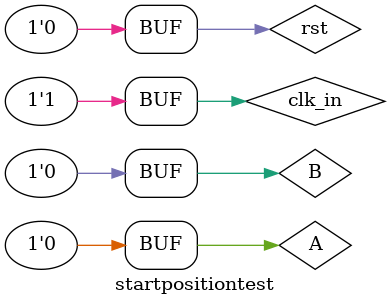
<source format=v>
`timescale 1ns / 1ps


module startpositiontest;

	// Inputs
	reg A;
	reg B;
	reg rst;
	reg clk_in;

	// Outputs
	wire [3:0] CA;
	wire [3:0] CB;

	// Instantiate the Unit Under Test (UUT)
	startposition uut (
		.A(A), 
		.B(B), 
		.rst(rst), 
		.clk_in(clk_in), 
		.CA(CA), 
		.CB(CB)
	);

	initial begin
		// Initialize Inputs
		A = 0;
		B = 0;
		#10 A=1;B=0;
		#20 A=0;B=1;
		#30 A=1;B=0;
		#40 A=0;B=1;
		#60 A=1;B=0;
		#70 A=0;B=1;
		#80 A=0;B=0;
		rst = 0;
		clk_in = 0;

		clk_in=!clk_in;

		// Wait 100 ns for global reset to finish
		#100;
		// Add stimulus here

	end
      
endmodule


</source>
